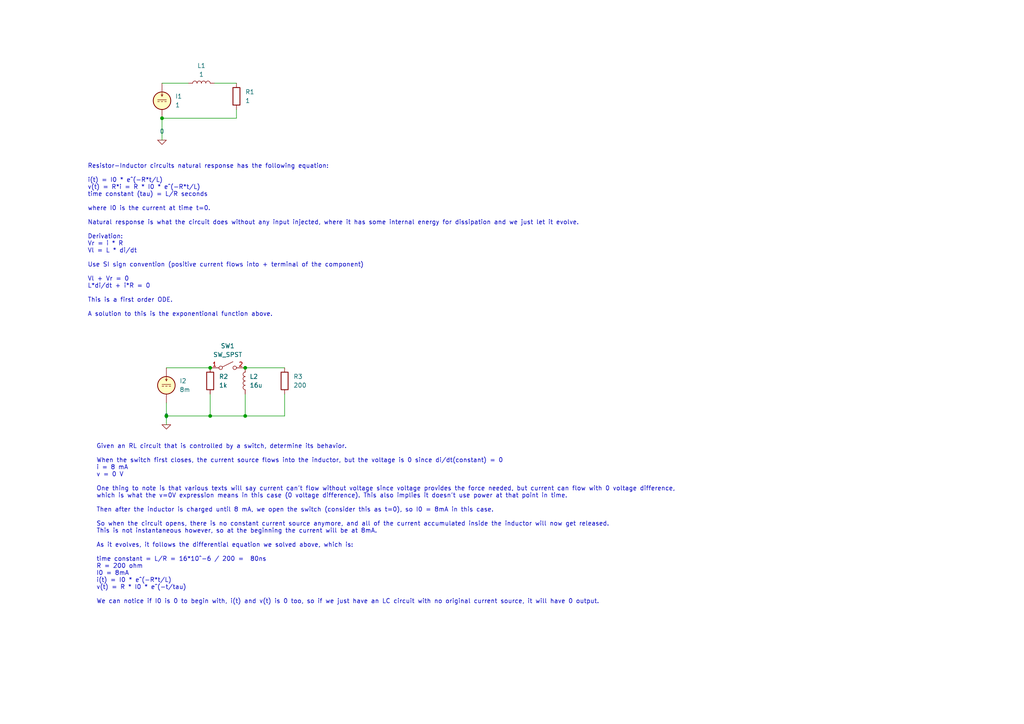
<source format=kicad_sch>
(kicad_sch (version 20230121) (generator eeschema)
  (paper "A4")
  (lib_symbols
    (symbol "Device:L" (pin_numbers hide) (pin_names (offset 1.016) hide)
      (property "Reference" "L" (at -1.27 0 90))
      (property "Value" "L" (at 1.905 0 90))
      (symbol "L_0_1"
        (arc (start 0 -2.54) (mid 0.6323 -1.905) (end 0 -1.27))
        (arc (start 0 -1.27) (mid 0.6323 -0.635) (end 0 0))
        (arc (start 0 0) (mid 0.6323 0.635) (end 0 1.27))
        (arc (start 0 1.27) (mid 0.6323 1.905) (end 0 2.54))
      )
      (symbol "L_1_1"
        (pin passive line (at 0 3.81 270) (length 1.27) (name "1") (number "1"))
        (pin passive line (at 0 -3.81 90) (length 1.27) (name "2") (number "2"))
      )
    )
    (symbol "Device:R" (pin_numbers hide) (pin_names (offset 0))
      (property "Reference" "R" (at 2.032 0 90))
      (property "Value" "R" (at 0 0 90))
      (symbol "R_0_1"
        (rectangle (start -1.016 -2.54) (end 1.016 2.54) (stroke (width 0.254)))
      )
      (symbol "R_1_1"
        (pin passive line (at 0 3.81 270) (length 1.27) (name "~") (number "1"))
        (pin passive line (at 0 -3.81 90) (length 1.27) (name "~") (number "2"))
      )
    )
    (symbol "Simulation_SPICE:0" (power) (pin_names (offset 0))
      (property "Value" "0" (at 0 -1.778 0))
      (symbol "0_0_1"
        (polyline (pts (xy -1.27 0) (xy 0 -1.27) (xy 1.27 0) (xy -1.27 0)))
      )
      (symbol "0_1_1"
        (pin power_in line (at 0 0 0) (length 0) hide (name "0") (number "1"))
      )
    )
    (symbol "Simulation_SPICE:IDC" (pin_numbers hide) (pin_names (offset 0.0254))
      (property "Reference" "I" (at 2.54 2.54 0))
      (property "Value" "1" (at 2.54 0 0))
      (symbol "IDC_0_0"
        (polyline (pts (xy -1.27 0.254) (xy 1.27 0.254)))
        (polyline (pts (xy -0.762 -0.254) (xy -1.27 -0.254)))
        (polyline (pts (xy 0.254 -0.254) (xy -0.254 -0.254)))
        (polyline (pts (xy 1.27 -0.254) (xy 0.762 -0.254)))
      )
      (symbol "IDC_0_1"
        (polyline (pts (xy 0 1.27) (xy 0 2.286)))
        (polyline (pts (xy -0.254 1.778) (xy 0 1.27) (xy 0.254 1.778)))
        (circle (center 0 0) (radius 2.54) (stroke (width 0.254)) (fill (type background)))
      )
      (symbol "IDC_1_1"
        (pin passive line (at 0 5.08 270) (length 2.54) (name "~") (number "1"))
        (pin passive line (at 0 -5.08 90) (length 2.54) (name "~") (number "2"))
      )
    )
    (symbol "Switch:SW_SPST" (pin_names (offset 0) hide)
      (property "Reference" "SW" (at 0 3.175 0))
      (property "Value" "SW_SPST" (at 0 -2.54 0))
      (symbol "SW_SPST_0_0"
        (circle (center -2.032 0) (radius 0.508))
        (polyline (pts (xy -1.524 0.254) (xy 1.524 1.778)))
        (circle (center 2.032 0) (radius 0.508))
      )
      (symbol "SW_SPST_1_1"
        (pin passive line (at -5.08 0 0) (length 2.54) (name "A") (number "1"))
        (pin passive line (at 5.08 0 180) (length 2.54) (name "B") (number "2"))
      )
    )
  )
  (junction (at 46.99 34.29))
  (junction (at 60.96 106.68))
  (junction (at 71.12 120.65))
  (junction (at 60.96 120.65))
  (junction (at 48.26 120.65))
  (junction (at 71.12 106.68))
  (wire (pts (xy 71.12 120.65) (xy 82.55 120.65)))
  (wire (pts (xy 46.99 24.13) (xy 54.61 24.13)))
  (wire (pts (xy 71.12 106.68) (xy 82.55 106.68)))
  (wire (pts (xy 48.26 106.68) (xy 60.96 106.68)))
  (wire (pts (xy 48.26 120.65) (xy 48.26 123.19)))
  (wire (pts (xy 68.58 34.29) (xy 46.99 34.29)))
  (wire (pts (xy 62.23 24.13) (xy 68.58 24.13)))
  (wire (pts (xy 60.96 120.65) (xy 48.26 120.65)))
  (wire (pts (xy 60.96 120.65) (xy 71.12 120.65)))
  (wire (pts (xy 48.26 116.84) (xy 48.26 120.65)))
  (wire (pts (xy 68.58 31.75) (xy 68.58 34.29)))
  (wire (pts (xy 82.55 114.3) (xy 82.55 120.65)))
  (wire (pts (xy 71.12 114.3) (xy 71.12 120.65)))
  (wire (pts (xy 60.96 114.3) (xy 60.96 120.65)))
  (wire (pts (xy 46.99 34.29) (xy 46.99 40.64)))
  (text "Given an RL circuit that is controlled by a switch, determine its behavior.\n\nWhen the switch first closes, the current source flows into the inductor, but the voltage is 0 since di/dt(constant) = 0\ni = 8 mA\nv = 0 V\n\nOne thing to note is that various texts will say current can't flow without voltage since voltage provides the force needed, but current can flow with 0 voltage difference,\nwhich is what the v=0V expression means in this case (0 voltage difference). This also implies it doesn't use power at that point in time.\n\nThen after the inductor is charged until 8 mA, we open the switch (consider this as t=0), so I0 = 8mA in this case.\n\nSo when the circuit opens, there is no constant current source anymore, and all of the current accumulated inside the inductor will now get released.\nThis is not instantaneous however, so at the beginning the current will be at 8mA.\n\nAs it evolves, it follows the differential equation we solved above, which is:\n\ntime constant = L/R = 16*10^-6 / 200 =  80ns\nR = 200 ohm\nI0 = 8mA\ni(t) = I0 * e^(-R*t/L)\nv(t) = R * I0 * e^(-t/tau)\n\nWe can notice if I0 is 0 to begin with, i(t) and v(t) is 0 too, so if we just have an LC circuit with no original current source, it will have 0 output." (at 27.94 175.26 0) (effects (font (size 1.27 1.27)) (justify left bottom)))
  (text "Resistor-Inductor circuits natural response has the following equation:\n\ni(t) = I0 * e^(-R*t/L)\nv(t) = R*i = R * I0 * e^(-R*t/L)\ntime constant (tau) = L/R seconds\n\nwhere I0 is the current at time t=0.\n\nNatural response is what the circuit does without any input injected, where it has some internal energy for dissipation and we just let it evolve.\n\nDerivation:\nVr = i * R\nVl = L * di/dt\n\nUse SI sign convention (positive current flows into + terminal of the component)\n\nVl + Vr = 0\nL*di/dt + i*R = 0\n\nThis is a first order ODE.\n\nA solution to this is the exponentional function above.\n\n" (at 25.4 93.98 0) (effects (font (size 1.27 1.27)) (justify left bottom)))
  (symbol (lib_id "Simulation_SPICE:IDC") (at 48.26 111.76 0) (unit 1)
    (property "Reference" "I2" (at 52.07 110.49 0) (effects (justify left)))
    (property "Value" "8m" (at 52.07 113.03 0) (effects (justify left)))
    (property "Sim.Pins" "1=+ 2=-" (effects hide))
    (property "Sim.Type" "DC" (effects hide))
    (property "Sim.Device" "I" (effects hide))
  )
  (symbol (lib_id "Simulation_SPICE:0") (at 46.99 40.64 0) (unit 1)
    (property "Reference" "#GND01" (effects hide))
    (property "Value" "0" (at 46.99 38.1 0))
  )
  (symbol (lib_id "Switch:SW_SPST") (at 66.04 106.68 0) (unit 1)
    (property "Reference" "SW1" (at 66.04 100.33 0))
    (property "Value" "SW_SPST" (at 66.04 102.87 0))
  )
  (symbol (lib_id "Device:R") (at 82.55 110.49 0) (unit 1)
    (property "Reference" "R3" (at 85.09 109.22 0) (effects (justify left)))
    (property "Value" "200" (at 85.09 111.76 0) (effects (justify left)))
  )
  (symbol (lib_id "Simulation_SPICE:0") (at 48.26 123.19 0) (unit 1)
    (property "Reference" "#GND02" (effects hide))
    (property "Value" "0" (at 48.26 120.65 0))
  )
  (symbol (lib_id "Device:L") (at 58.42 24.13 90) (unit 1)
    (property "Reference" "L1" (at 58.42 19.05 90))
    (property "Value" "1" (at 58.42 21.59 90))
  )
  (symbol (lib_id "Device:R") (at 60.96 110.49 0) (unit 1)
    (property "Reference" "R2" (at 63.5 109.22 0) (effects (justify left)))
    (property "Value" "1k" (at 63.5 111.76 0) (effects (justify left)))
  )
  (symbol (lib_id "Simulation_SPICE:IDC") (at 46.99 29.21 0) (unit 1)
    (property "Reference" "I1" (at 50.8 27.94 0) (effects (justify left)))
    (property "Value" "1" (at 50.8 30.48 0) (effects (justify left)))
    (property "Sim.Pins" "1=+ 2=-" (effects hide))
    (property "Sim.Type" "DC" (effects hide))
    (property "Sim.Device" "I" (effects hide))
  )
  (symbol (lib_id "Device:L") (at 71.12 110.49 180) (unit 1)
    (property "Reference" "L2" (at 72.39 109.22 0) (effects (justify right)))
    (property "Value" "16u" (at 72.39 111.76 0) (effects (justify right)))
  )
  (symbol (lib_id "Device:R") (at 68.58 27.94 0) (unit 1)
    (property "Reference" "R1" (at 71.12 26.67 0) (effects (justify left)))
    (property "Value" "1" (at 71.12 29.21 0) (effects (justify left)))
  )
)
</source>
